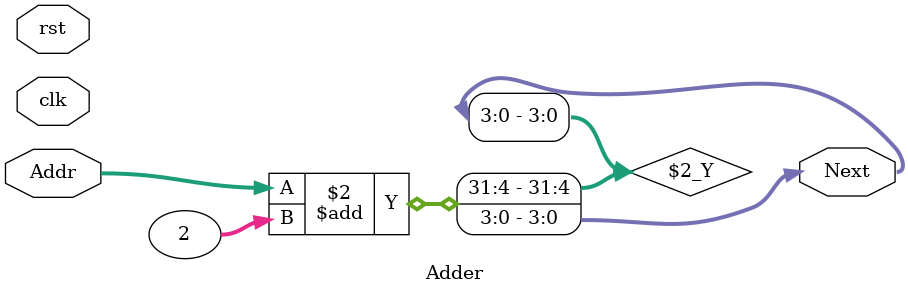
<source format=v>
module Adder(
	output reg[3:0] Next,
	input [3:0] Addr,
	input clk,
	input rst
);

always@(*)
begin
	Next = Addr + 2;
end

endmodule
</source>
